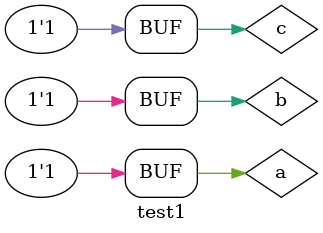
<source format=v>
module mult(x,y,z,S);
input x,y,z;
output S;
wire c0,c1,c2;
not n1(c0,z);
and n2(c1,x,c0);
and n3(c2,y,z);
or  n4(S,c1,c2);

endmodule

module test1;
reg a,b,c;

mult m1(a,b,c,s);
initial begin
    $display("a b c s");
    $monitor("%b %b %b %b", a,b,c,s);
    a=0; b=0; c=0;
    #1 // delays with 1 time unit
    a=0; b=0; c=1;
    #1 // delays with 1 time unit
    a=0; b=1; c=0;
    #1 // delays with 1 time unit
    a=0; b=1; c=1;
    #1 // delays with 1 time unit
    a=1; b=0; c=0;
    #1 // delays with 1 time unit
    a=1; b=0; c=1;
    #1 // delays with 1 time unit
    a=1; b=1; c=0;
    #1 // delays with 1 time unit
    a=1; b=1; c=1;
end
endmodule
</source>
